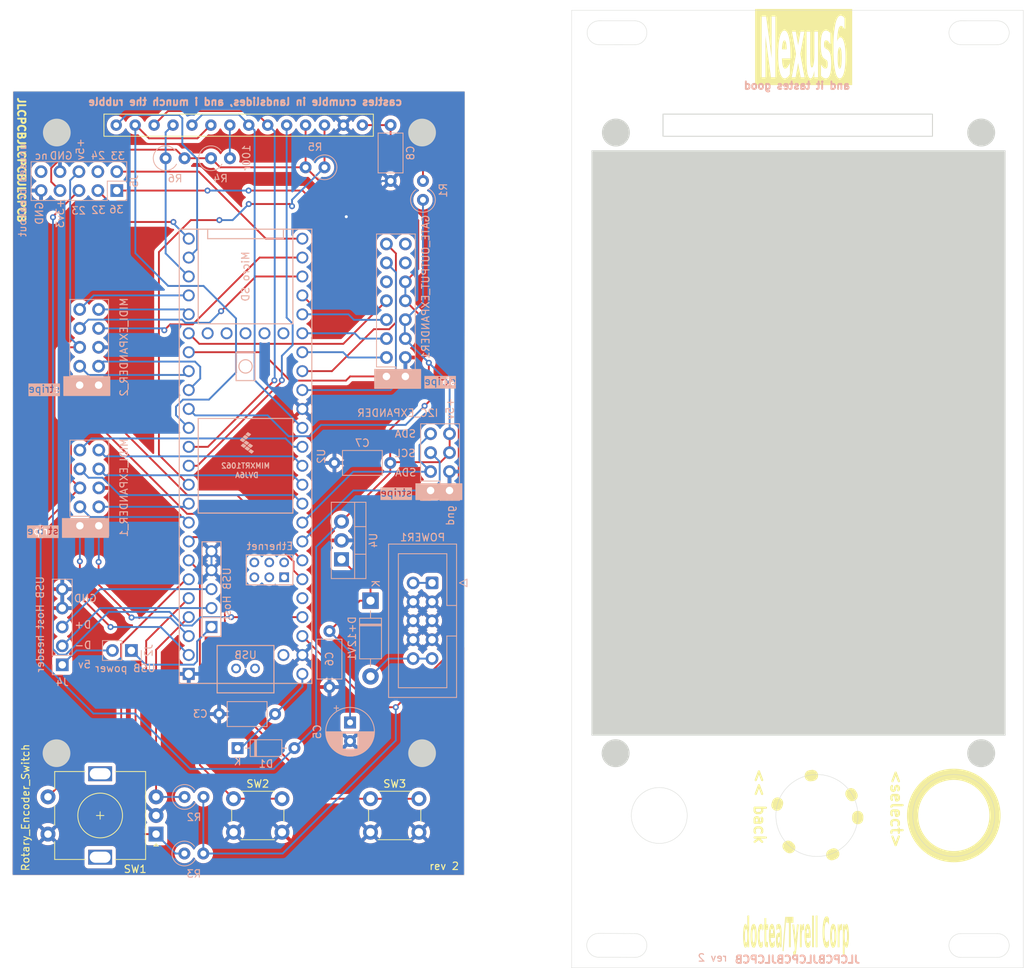
<source format=kicad_pcb>
(kicad_pcb (version 20221018) (generator pcbnew)
  (layers (0 "F.Cu" signal) (31 "B.Cu" signal) (34 "B.Paste" user) (35 "F.Paste" user) (36 "B.SilkS" user "B.Silkscreen") (37 "F.SilkS" user "F.Silkscreen") (38 "B.Mask" user) (39 "F.Mask" user) (44 "Edge.Cuts" user))
  (net 0 "")
  (net 1 "+5V")
  (net 2 "GND")
  (net 3 "+12V")
  (net 4 "+3V3")
  (net 5 "Gate SPI MOSI")
  (net 6 "Gate SPI MISO")
  (net 7 "External CS1")
  (net 8 "External CS2")
  (net 9 "Gate SPI SCK")
  (net 11 "INT_1")
  (net 13 "INT_2")
  (net 14 "i2c SCL")
  (net 15 "i2c SDA")
  (net 17 "Touch IRQ")
  (net 18 "MIDI_5_RX")
  (net 19 "MIDI_5_TX")
  (net 20 "MIDI_4_TX")
  (net 21 "MIDI_4_RX")
  (net 22 "MIDI_3_RX")
  (net 23 "MIDI_3_TX")
  (net 24 "MIDI_1_RX")
  (net 25 "MIDI_1_TX")
  (net 26 "MIDI_2_RX")
  (net 27 "MIDI_2_TX")
  (net 28 "TFT DC")
  (net 29 "TFT CS")
  (net 30 "TFT SPI MOSI")
  (net 31 "TFT SPI MISO")
  (net 32 "Touch CS")
  (net 33 "MIDI_8_TX")
  (net 34 "MIDI_8_RX")
  (net 35 "MIDI_7_TX")
  (net 36 "MIDI_6_TX")
  (net 37 "MIDI_7_RX")
  (net 38 "MIDI_6_RX")
  (net 39 "TFT SPI SCK")
  (net 40 "Net-(D+12V1-A)")
  (net 41 "Net-(U3-VCC)")
  (net 42 "Net-(J2-Pin_1)")
  (net 43 "Net-(J2-Pin_2)")
  (net 44 "Net-(POWER1-Pin_1)")
  (net 45 "Net-(U2-3_LRCLK2)")
  (net 46 "Net-(U2-2_OUT2)")
  (net 47 "Net-(U2-4_BCLK2)")
  (net 48 "Net-(U2-5_IN2)")
  (net 49 "Net-(U2-6_OUT1D)")
  (net 56 "Net-(J4-Pin_2)")
  (net 57 "Net-(J4-Pin_3)")
  (net 66 "Net-(D1-K)")
  (net 67 "unused_pin_33")
  (net 68 "unused_pin_24")
  (net 69 "unused_pin_23")
  (net 70 "Net-(U3-LED)")
  (net 71 "unused_pin_32")
  (net 72 "unused_pin_36")
  (net 73 "unused_pin_22")
  (footprint "Button_Switch_THT:SW_PUSH_6mm_H13mm" (layer "F.Cu") (at 91.687089 129.1188)
    (fp_text reference "SW3")
    (fp_text value "SW_Push_Select")
  )
  (footprint "Button_Switch_THT:SW_PUSH_6mm_H13mm" (layer "F.Cu") (at 73.321413 129.1188)
    (fp_text reference "SW2")
    (fp_text value "SW_Push_Back")
  )
  (footprint "doctea:RotaryEncoder_Alps_EC11E-Switch_Vertical_H20mm" (layer "F.Cu") (at 62.9268 133.8688 180)
    (fp_text reference "SW1")
    (fp_text value "Rotary_Encoder_Switch")
  )
  (footprint "doctea:doctea ili9341 3.2" (layer "F.Cu") (at 101.6118 36.7096 -90)
    (fp_text reference "U3" hide)
    (fp_text value "TFT_320x240")
    (fp_circle (center 3 3) (end 4.8 3) (stroke (width 0.12)) (fill solid) (layer "Edge.Cuts"))
    (fp_circle (center 3 52) (end 4.8 52) (stroke (width 0.12)) (fill solid) (layer "Edge.Cuts"))
    (fp_circle (center 86.3 3) (end 88.1 3) (stroke (width 0.12)) (fill solid) (layer "Edge.Cuts"))
    (fp_circle (center 86.3 52.04) (end 88.1 52.04) (stroke (width 0.12)) (fill solid) (layer "Edge.Cuts"))
  )
  (footprint "Resistor_THT:R_Axial_DIN0309_L9.0mm_D3.2mm_P2.54mm_Vertical" (layer "B.Cu") (at 85.5218 44.3738 180)
    (fp_text reference "R5")
    (fp_text value "R")
  )
  (footprint "teensy:Teensy41" (layer "B.Cu") (at 74.93 83.1596 90)
    (fp_text reference "U2")
    (fp_text value "Teensy4.1")
  )
  (footprint "Capacitor_THT:C_Axial_L5.1mm_D3.1mm_P7.50mm_Horizontal" (layer "B.Cu") (at 94.3864 46.2026 90)
    (fp_text reference "C8")
    (fp_text value "C_Small")
  )
  (footprint "Resistor_THT:R_Axial_DIN0309_L9.0mm_D3.2mm_P2.54mm_Vertical" (layer "B.Cu") (at 64.2112 43.1546)
    (fp_text reference "R6")
    (fp_text value "R")
  )
  (footprint "Capacitor_THT:C_Axial_L5.1mm_D3.1mm_P7.50mm_Horizontal" (layer "B.Cu") (at 94.35 84.05 180)
    (fp_text reference "C7")
    (fp_text value "100nF")
  )
  (footprint "Connector_PinHeader_2.54mm:PinHeader_2x05_P2.54mm_Vertical" (layer "B.Cu") (at 57.658 47.498 90)
    (fp_text reference "J5")
    (fp_text value "Conn_01x09_Pin")
  )
  (footprint "Resistor_THT:R_Axial_DIN0309_L9.0mm_D3.2mm_P2.54mm_Vertical" (layer "B.Cu") (at 66.7258 136.4742)
    (fp_text reference "R3")
    (fp_text value "R")
  )
  (footprint "Capacitor_THT:C_Axial_L5.1mm_D3.1mm_P7.50mm_Horizontal" (layer "B.Cu") (at 86.1822 106.6292 -90)
    (fp_text reference "C6")
    (fp_text value "330nF")
  )
  (footprint "Diode_THT:D_DO-41_SOD81_P10.16mm_Horizontal" (layer "B.Cu") (at 91.694 102.5398 -90)
    (fp_text reference "D+12V1")
    (fp_text value "1N5817")
  )
  (footprint "Diode_THT:D_DO-35_SOD27_P7.62mm_Horizontal" (layer "B.Cu") (at 73.8632 122.3264)
    (fp_text reference "D1")
    (fp_text value "1N4148")
  )
  (footprint "Package_TO_SOT_THT:TO-220-3_Vertical" (layer "B.Cu") (at 87.805 96.99 90)
    (fp_text reference "U4")
    (fp_text value "L7805")
  )
  (footprint "Connector_PinHeader_2.54mm:PinHeader_2x04_P2.54mm_Vertical" (layer "B.Cu") (at 99.75 87.75)
    (fp_text reference "I2C_EXPANDER")
    (fp_text value "8 pin header")
  )
  (footprint "Capacitor_THT:C_Axial_L5.1mm_D3.1mm_P7.50mm_Horizontal" (layer "B.Cu") (at 78.8924 117.7544 180)
    (fp_text reference "C3")
    (fp_text value "C_Small")
  )
  (footprint "Connector_PinHeader_2.54mm:PinHeader_2x08_P2.54mm_Vertical" (layer "B.Cu") (at 93.8276 72.4408)
    (fp_text reference "GATE_OUTPUT_EXPANDER1")
    (fp_text value "16 pin header")
  )
  (footprint "Connector_IDC:IDC-Header_2x05_P2.54mm_Vertical" (layer "B.Cu") (at 99.949 100.1522 180)
    (fp_text reference "POWER1")
    (fp_text value "Eurorack power header")
  )
  (footprint "Resistor_THT:R_Axial_DIN0309_L9.0mm_D3.2mm_P2.54mm_Vertical" (layer "B.Cu") (at 98.7298 48.7426 90)
    (fp_text reference "R1")
    (fp_text value "100R")
  )
  (footprint "Capacitor_THT:CP_Radial_D6.3mm_P2.50mm" (layer "B.Cu") (at 88.9508 118.883421 -90)
    (fp_text reference "C5")
    (fp_text value "C_Polarized_Small")
  )
  (footprint "Resistor_THT:R_Axial_DIN0309_L9.0mm_D3.2mm_P2.54mm_Vertical" (layer "B.Cu") (at 66.7448 128.8796)
    (fp_text reference "R2")
    (fp_text value "R")
  )
  (footprint "Connector_PinHeader_2.54mm:PinHeader_1x05_P2.54mm_Vertical" (layer "B.Cu") (at 50.3428 111.1504)
    (fp_text reference "J4")
    (fp_text value "USB Host header")
  )
  (footprint "Connector_PinHeader_2.54mm:PinHeader_2x05_P2.54mm_Vertical" (layer "B.Cu") (at 52.6796 73.6092)
    (fp_text reference "MIDI_EXPANDER_2")
    (fp_text value "Conn_02x05_Counter_Clockwise")
  )
  (footprint "Resistor_THT:R_Axial_DIN0309_L9.0mm_D3.2mm_P2.54mm_Vertical" (layer "B.Cu") (at 70.3008 43.1546)
    (fp_text reference "R4")
    (fp_text value "100r")
  )
  (footprint "Connector_PinHeader_2.54mm:PinHeader_2x05_P2.54mm_Vertical" (layer "B.Cu") (at 52.705 92.4814)
    (fp_text reference "MIDI_EXPANDER_1")
    (fp_text value "Conn_02x05_Counter_Clockwise")
  )
  (footprint "Connector_PinHeader_2.54mm:PinHeader_1x02_P2.54mm_Vertical" (layer "B.Cu") (at 59.6138 109.22 90)
    (fp_text reference "J2")
    (fp_text value "USB power")
  )
  (gr_rect (start 92.2436 71.501) (end 98.425 74.041) (stroke (width 0.12)) (fill solid) (layer "B.SilkS"))
  (gr_rect (start 50.546 72.4662) (end 56.7274 75.0062) (stroke (width 0.12)) (fill solid) (layer "B.SilkS"))
  (gr_rect (start 50.3593 91.51) (end 56.5407 94.05) (stroke (width 0.12)) (fill solid) (layer "B.SilkS"))
  (gr_rect (start 97.7727 86.8426) (end 103.9541 88.9762) (stroke (width 0.12)) (fill solid) (layer "B.SilkS"))
  (gr_circle (center 169.9368 131.3688) (end 175.4632 131.2418) (stroke (width 1.5)) (fill none) (layer "F.SilkS"))
  (gr_rect (start 55.9308 37.2364) (end 92.075 40.2082) (stroke (width 0.12)) (fill none) (layer "F.SilkS"))
  (gr_circle (center 151.527059 131.4958) (end 157.054918 131.4958) (stroke (width 1.5) (type dot)) (fill none) (layer "F.SilkS"))
  (gr_line (start 127.1664 147.217) (end 122.3008 147.1932) (stroke (width 0.05)) (layer "Edge.Cuts"))
  (gr_line (start 127.1664 24.717) (end 122.3516 24.7144) (stroke (width 0.05)) (layer "Edge.Cuts"))
  (gr_line (start 175.768 24.717) (end 170.8864 24.7142) (stroke (width 0.05)) (layer "Edge.Cuts"))
  (gr_arc (start 127.1664 24.717) (mid 128.7664 26.317) (end 127.1664 27.917) (stroke (width 0.05)) (layer "Edge.Cuts"))
  (gr_line (start 104.2648 139.3698) (end 104.3388 34.1884) (stroke (width 0.05)) (layer "Edge.Cuts"))
  (gr_arc (start 122.3008 150.3932) (mid 120.7008 148.7932) (end 122.3008 147.1932) (stroke (width 0.05)) (layer "Edge.Cuts"))
  (gr_line (start 170.8864 27.917) (end 175.768 27.917) (stroke (width 0.05)) (layer "Edge.Cuts"))
  (gr_circle (center 173.6118 123.0096) (end 175.4618 123.0096) (stroke (width 0.05)) (fill solid) (layer "Edge.Cuts"))
  (gr_circle (center 124.6118 39.7096) (end 126.4618 39.7096) (stroke (width 0.05)) (fill solid) (layer "Edge.Cuts"))
  (gr_line (start 118.6664 151.817) (end 179.2664 151.817) (stroke (width 0.05)) (layer "Edge.Cuts"))
  (gr_line (start 170.8864 150.417) (end 175.768 150.417) (stroke (width 0.05)) (layer "Edge.Cuts"))
  (gr_line (start 175.768 147.217) (end 170.8864 147.217) (stroke (width 0.05)) (layer "Edge.Cuts"))
  (gr_arc (start 175.768 147.217) (mid 177.368 148.817) (end 175.768 150.417) (stroke (width 0.05)) (layer "Edge.Cuts"))
  (gr_line (start 179.2664 151.817) (end 179.2664 23.317) (stroke (width 0.05)) (layer "Edge.Cuts"))
  (gr_rect (start 130.9308 37.2364) (end 167.075 40.2082) (stroke (width 0.12)) (fill none) (layer "Edge.Cuts"))
  (gr_arc (start 122.3516 27.9144) (mid 120.7516 26.3144) (end 122.3516 24.7144) (stroke (width 0.05)) (layer "Edge.Cuts"))
  (gr_circle (center 130.4272 131.3688) (end 134.1772 131.3688) (stroke (width 0.05)) (fill none) (layer "Edge.Cuts"))
  (gr_line (start 118.6664 23.317) (end 118.6664 151.817) (stroke (width 0.05)) (layer "Edge.Cuts"))
  (gr_circle (center 151.5716 131.3688) (end 157.0716 131.3688) (stroke (width 0.05)) (fill none) (layer "Edge.Cuts"))
  (gr_line (start 122.3008 150.3932) (end 127.1664 150.417) (stroke (width 0.05)) (layer "Edge.Cuts"))
  (gr_line (start 179.2664 23.317) (end 118.6664 23.317) (stroke (width 0.05)) (layer "Edge.Cuts"))
  (gr_circle (center 169.9368 131.3688) (end 175.4368 131.3688) (stroke (width 0.05)) (fill none) (layer "Edge.Cuts"))
  (gr_line (start 43.7388 34.1884) (end 43.6648 139.3698) (stroke (width 0.05)) (layer "Edge.Cuts"))
  (gr_arc (start 127.1664 147.217) (mid 128.7664 148.817) (end 127.1664 150.417) (stroke (width 0.05)) (layer "Edge.Cuts"))
  (gr_rect (start 121.355 42.1132) (end 176.855 120.6132) (stroke (width 0.05)) (fill solid) (layer "Edge.Cuts"))
  (gr_line (start 104.3388 34.1884) (end 43.7388 34.1884) (stroke (width 0.05)) (layer "Edge.Cuts"))
  (gr_circle (center 173.6118 39.7096) (end 175.4618 39.7096) (stroke (width 0.05)) (fill solid) (layer "Edge.Cuts"))
  (gr_arc (start 170.8864 27.917) (mid 169.2864 26.317) (end 170.8864 24.717) (stroke (width 0.05)) (layer "Edge.Cuts"))
  (gr_arc (start 170.8864 150.417) (mid 169.2864 148.817) (end 170.8864 147.217) (stroke (width 0.05)) (layer "Edge.Cuts"))
  (gr_arc (start 175.768 24.717) (mid 177.368 26.317) (end 175.768 27.917) (stroke (width 0.05)) (layer "Edge.Cuts"))
  (gr_line (start 122.3516 27.9144) (end 127.1664 27.917) (stroke (width 0.05)) (layer "Edge.Cuts"))
  (gr_circle (center 124.5718 123.0096) (end 126.4218 123.0096) (stroke (width 0.05)) (fill solid) (layer "Edge.Cuts"))
  (gr_line (start 43.6648 139.3698) (end 104.2648 139.3698) (stroke (width 0.05)) (layer "Edge.Cuts"))
  (gr_text "GND" (at 47.2694 50.546 90) (layer "B.SilkS") (effects (font (size 1 1)) (justify mirror)))
  (gr_text "JLCPCBJLCPCBJLCPCB" (at 157.48 151.2824) (layer "B.SilkS") (effects (font (size 1 1) (thickness 0.25) bold) (justify left bottom mirror)))
  (gr_text "+5v\n" (at 52.7558 41.9608 90) (layer "B.SilkS") (effects (font (size 1 1)) (justify mirror)))
  (gr_text "5v" (at 53.3146 111.0996) (layer "B.SilkS") (effects (font (size 1 1)) (justify mirror)))
  (gr_text "32" (at 55.1942 50.1142) (layer "B.SilkS") (effects (font (size 1 1)) (justify mirror)))
  (gr_text "36" (at 57.6072 50.038) (layer "B.SilkS") (effects (font (size 1 1)) (justify mirror)))
  (gr_text "nc" (at 47.5234 42.8244) (layer "B.SilkS") (effects (font (size 1 1)) (justify mirror)))
  (gr_text "stripe" (at 49.9529 93.7452) (layer "B.SilkS" knockout) (effects (font (size 1 1)) (justify left bottom mirror)))
  (gr_text "D+\n" (at 53.1114 105.7656) (layer "B.SilkS") (effects (font (size 1 1)) (justify mirror)))
  (gr_text "stripe" (at 103.251 73.6854) (layer "B.SilkS" knockout) (effects (font (size 1 1)) (justify left bottom mirror)))
  (gr_text "rev 2" (at 139.65 151.05) (layer "B.SilkS") (effects (font (size 1 1)) (justify left bottom mirror)))
  (gr_text "unused breakout\n" (at 45.0088 47.4218 90) (layer "B.SilkS") (effects (font (size 1 1)) (justify mirror)))
  (gr_text "SCL" (at 96.3422 82.7532) (layer "B.SilkS") (effects (font (size 1 1)) (justify mirror)))
  (gr_text "D-\n\n" (at 53.1368 109.3216) (layer "B.SilkS") (effects (font (size 1 1)) (justify mirror)))
  (gr_text "33" (at 57.785 42.8498) (layer "B.SilkS") (effects (font (size 1 1)) (justify mirror)))
  (gr_text "23" (at 52.5272 50.1904) (layer "B.SilkS") (effects (font (size 1 1)) (justify mirror)))
  (gr_text "+5v\n" (at 102.362 76.7842 90) (layer "B.SilkS") (effects (font (size 1 1)) (justify mirror)))
  (gr_text "gnd" (at 102.3874 91.1098 90) (layer "B.SilkS") (effects (font (size 1 1)) (justify mirror)))
  (gr_text "and it tastes good" (at 156.1592 33.9852) (layer "B.SilkS") (effects (font (size 1 1) (thickness 0.25) bold) (justify left bottom mirror)))
  (gr_text "stripe" (at 97.3582 88.646) (layer "B.SilkS" knockout) (effects (font (size 1 1)) (justify left bottom mirror)))
  (gr_text "24" (at 55.1434 42.799) (layer "B.SilkS") (effects (font (size 1 1)) (justify mirror)))
  (gr_text "SDA" (at 96.3676 80.137) (layer "B.SilkS") (effects (font (size 1 1)) (justify mirror)))
  (gr_text "castles crumble in landslides, and i munch the rubble" (at 96.0628 36.1696) (layer "B.SilkS") (effects (font (size 1 1) (thickness 0.25) bold) (justify left bottom mirror)))
  (gr_text "+3v3\n" (at 50.0634 50.5714 90) (layer "B.SilkS") (effects (font (size 1 1)) (justify mirror)))
  (gr_text "GND" (at 50.1904 42.8244) (layer "B.SilkS") (effects (font (size 1 1)) (justify mirror)))
  (gr_text "stripe" (at 50.1396 74.7014) (layer "B.SilkS" knockout) (effects (font (size 1 1)) (justify left bottom mirror)))
  (gr_text "GND" (at 53.4416 102.235) (layer "B.SilkS") (effects (font (size 1 1)) (justify mirror)))
  (gr_text "SDA" (at 96.4184 85.344) (layer "B.SilkS") (effects (font (size 1 1)) (justify mirror)))
  (gr_text "doctea/Tyrell Corp" (at 141.605 149.733) (layer "F.SilkS") (effects (font (size 4 1) (thickness 0.25) bold italic) (justify left bottom)))
  (gr_text "<select>\n" (at 161.3662 125.0696 270) (layer "F.SilkS") (effects (font (size 1.5 1.5) (thickness 0.3) bold) (justify left bottom)))
  (gr_text "Nexus6" (at 143.9164 33.655) (layer "F.SilkS" knockout) (effects (font (size 8 2) (thickness 0.3) bold italic) (justify left bottom)))
  (gr_text "rev 2" (at 99.5 138.75) (layer "F.SilkS") (effects (font (size 1 1)) (justify left bottom)))
  (gr_text "JLCPCBJLCPCBJLCPCB" (at 44.2722 34.8742 -90) (layer "F.SilkS") (effects (font (size 1 1) (thickness 0.25) bold) (justify left bottom)))
  (gr_text "<< back" (at 143.0274 124.9172 -90) (layer "F.SilkS") (effects (font (size 1.5 1.5) (thickness 0.3) bold) (justify left bottom)))
  (segment (start 50.0634 68.9864) (end 50.5206 68.5292) (width 0.25) (layer "F.Cu") (net 1))
  (segment (start 52.705 87.4014) (end 51.5046 86.201) (width 0.25) (layer "F.Cu") (net 1))
  (segment (start 102.3366 82.7024) (end 101.089 83.95) (width 0.25) (layer "F.Cu") (net 1))
  (segment (start 50.0634 77.6986) (end 50.0634 68.9864) (width 0.25) (layer "F.Cu") (net 1))
  (segment (start 99.5172 70.612) (end 99.5172 74.3712) (width 0.25) (layer "F.Cu") (net 1))
  (segment (start 94.35 84.05) (end 94.35 85.365) (width 0.25) (layer "F.Cu") (net 1))
  (segment (start 50.5206 68.5292) (end 52.6796 68.5292) (width 0.25) (layer "F.Cu") (net 1))
  (segment (start 99.5172 74.3712) (end 94.3356 79.5528) (width 0.25) (layer "F.Cu") (net 1))
  (segment (start 51.5046 86.201) (end 51.5046 79.1398) (width 0.25) (layer "F.Cu") (net 1))
  (segment (start 102.3112 80.1878) (end 102.3112 82.7278) (width 0.25) (layer "F.Cu") (net 1))
  (segment (start 94.35 85.365) (end 87.805 91.91) (width 0.25) (layer "F.Cu") (net 1))
  (segment (start 94.3356 79.5528) (end 94.3356 83.82) (width 0.25) (layer "F.Cu") (net 1))
  (segment (start 52.705 87.4014) (end 47.4472 92.6592) (width 0.25) (layer "F.Cu") (net 1))
  (segment (start 51.5046 79.1398) (end 50.0634 77.6986) (width 0.25) (layer "F.Cu") (net 1))
  (segment (start 47.4472 92.6592) (end 47.4472 93.2688) (width 0.25) (layer "F.Cu") (net 1))
  (segment (start 101.089 83.95) (end 94.7004 83.95) (width 0.25) (layer "F.Cu") (net 1))
  (via (at 47.4472 93.2688) (size 0.8) (drill 0.4) (layers "F.Cu" "B.Cu") (net 1))
  (via (at 99.5172 70.612) (size 0.8) (drill 0.4) (layers "F.Cu" "B.Cu") (net 1))
  (segment (start 52.578 44.958) (end 51.403 46.133) (width 0.25) (layer "B.Cu") (net 1))
  (segment (start 51.403 67.2526) (end 52.6796 68.5292) (width 0.25) (layer "B.Cu") (net 1))
  (segment (start 96.2914 67.3862) (end 96.2914 64.8462) (width 0.25) (layer "B.Cu") (net 1))
  (segment (start 84.4 95.315) (end 84.4 119.4096) (width 0.25) (layer "B.Cu") (net 1))
  (segment (start 102.3062 73.401) (end 96.2914 67.3862) (width 0.25) (layer "B.Cu") (net 1))
  (segment (start 54.5206 117.6782) (end 60.071 117.6782) (width 0.25) (layer "B.Cu") (net 1))
  (segment (start 84.4 119.4096) (end 81.4832 122.3264) (width 0.25) (layer "B.Cu") (net 1))
  (segment (start 67.5132 125.1204) (end 78.6892 125.1204) (width 0.25) (layer "B.Cu") (net 1))
  (segment (start 78.6892 125.1204) (end 81.4832 122.3264) (width 0.25) (layer "B.Cu") (net 1))
  (segment (start 98.7298 62.4586) (end 98.7298 48.7426) (width 0.25) (layer "B.Cu") (net 1))
  (segment (start 54.5206 117.6782) (end 47.4472 110.6048) (width 0.25) (layer "B.Cu") (net 1))
  (segment (start 60.071 117.6782) (end 67.5132 125.1204) (width 0.25) (layer "B.Cu") (net 1))
  (segment (start 47.4472 110.6048) (end 47.4472 93.2688) (width 0.25) (layer "B.Cu") (net 1))
  (segment (start 51.403 46.133) (end 51.403 67.2526) (width 0.25) (layer "B.Cu") (net 1))
  (segment (start 102.3062 80.1524) (end 102.3062 73.401) (width 0.25) (layer "B.Cu") (net 1))
  (segment (start 87.805 91.91) (end 84.4 95.315) (width 0.25) (layer "B.Cu") (net 1))
  (segment (start 96.3676 64.8208) (end 98.7298 62.4586) (width 0.25) (layer "B.Cu") (net 1))
  (via (at 88.4428 51.0032) (size 0.8) (drill 0.4) (layers "F.Cu" "B.Cu") (net 2))
  (segment (start 93.2434 46.2026) (end 88.4428 51.0032) (width 0.25) (layer "B.Cu") (net 2))
  (segment (start 70.3608 98.4504) (end 70.3608 95.9104) (width 0.25) (layer "B.Cu") (net 2))
  (segment (start 94.3864 46.2026) (end 93.2434 46.2026) (width 0.25) (layer "B.Cu") (net 2))
  (segment (start 90.2716 102.5398) (end 86.1822 106.6292) (width 0.25) (layer "F.Cu") (net 3))
  (segment (start 91.694 100.879) (end 87.805 96.99) (width 0.25) (layer "F.Cu") (net 3))
  (segment (start 91.694 102.5398) (end 90.2716 102.5398) (width 0.25) (layer "F.Cu") (net 3))
  (segment (start 91.694 102.5398) (end 91.694 100.879) (width 0.25) (layer "F.Cu") (net 3))
  (segment (start 88.9508 109.3978) (end 88.9508 118.883421) (width 0.25) (layer "B.Cu") (net 3))
  (segment (start 86.1822 106.6292) (end 88.9508 109.3978) (width 0.25) (layer "B.Cu") (net 3))
  (segment (start 71.52 44.3738) (end 82.9818 44.3738) (width 0.25) (layer "F.Cu") (net 4))
  (segment (start 98.1 51.5) (end 98.1 58.0084) (width 0.25) (layer "F.Cu") (net 4))
  (segment (start 70.3008 43.1546) (end 71.52 44.3738) (width 0.25) (layer "F.Cu") (net 4))
  (segment (start 98.95 76.4) (end 103.5304 71.8196) (width 0.25) (layer "F.Cu") (net 4))
  (segment (start 103.5304 108.392501) (end 95.082903 116.84) (width 0.25) (layer "F.Cu") (net 4))
  (segment (start 48.863 46.323) (end 48.863 44.471299) (width 0.25) (layer "F.Cu") (net 4))
  (segment (start 50.038 47.498) (end 48.863 46.323) (width 0.25) (layer "F.Cu") (net 4))
  (segment (start 95.45 48.85) (end 98.1 51.5) (width 0.25) (layer "F.Cu") (net 4))
  (segment (start 66.7512 43.1546) (end 70.3008 43.1546) (width 0.25) (layer "F.Cu") (net 4))
  (segment (start 103.5304 70.45) (end 103.5304 108.392501) (width 0.25) (layer "F.Cu") (net 4))
  (segment (start 103.5304 71.8196) (end 103.5304 70.45) (width 0.25) (layer "F.Cu") (net 4))
  (segment (start 96.3676 62.2808) (end 103.5304 69.4436) (width 0.25) (layer "F.Cu") (net 4))
  (segment (start 65.6082 42.0116) (end 66.7512 43.1546) (width 0.25) (layer "F.Cu") (net 4))
  (segment (start 92.1004 116.84) (end 95.082903 116.84) (width 0.25) (layer "F.Cu") (net 4))
  (segment (start 82.9818 44.3738) (end 82.9818 38.7096) (width 0.25) (layer "F.Cu") (net 4))
  (segment (start 82.9818 44.3738) (end 87.458 48.85) (width 0.25) (layer "F.Cu") (net 4))
  (segment (start 103.5304 69.4436) (end 103.5304 70.45) (width 0.25) (layer "F.Cu") (net 4))
  (segment (start 98.1 58.0084) (end 96.3676 59.7408) (width 0.25) (layer "F.Cu") (net 4))
  (segment (start 87.458 48.85) (end 95.45 48.85) (width 0.25) (layer "F.Cu") (net 4))
  (segment (start 82.55 107.2896) (end 92.1004 116.84) (width 0.25) (layer "F.Cu") (net 4))
  (segment (start 48.863 44.471299) (end 51.322699 42.0116) (width 0.25) (layer "F.Cu") (net 4))
  (segment (start 51.322699 42.0116) (end 65.6082 42.0116) (width 0.25) (layer "F.Cu") (net 4))
  (via (at 95.082903 116.84) (size 0.8) (drill 0.4) (layers "F.Cu" "B.Cu") (net 4))
  (via (at 98.95 76.4) (size 0.8) (drill 0.4) (layers "F.Cu" "B.Cu") (net 4))
  (segment (start 77.9018 77.6732) (end 68.1736 77.6732) (width 0.25) (layer "B.Cu") (net 4))
  (segment (start 69.2658 136.4742) (end 69.2658 128.8986) (width 0.25) (layer "B.Cu") (net 4))
  (segment (start 83.533199 80.4746) (end 85.052799 78.955) (width 0.25) (layer "B.Cu") (net 4))
  (segment (start 68.1736 77.6732) (end 67.31 76.8096) (width 0.25) (layer "B.Cu") (net 4))
  (segment (start 80.7032 80.4746) (end 77.9018 77.6732) (width 0.25) (layer "B.Cu") (net 4))
  (segment (start 79.9084 136.4742) (end 95.082903 121.299697) (width 0.25) (layer "B.Cu") (net 4))
  (segment (start 85.052799 78.955) (end 96.395 78.955) (width 0.25) (layer "B.Cu") (net 4))
  (segment (start 95.082903 121.299697) (end 95.082903 116.84) (width 0.25) (layer "B.Cu") (net 4))
  (segment (start 69.2658 136.4742) (end 79.9084 136.4742) (width 0.25) (layer "B.Cu") (net 4))
  (segment (start 83.533199 80.4746) (end 80.7032 80.4746) (width 0.25) (layer "B.Cu") (net 4))
  (segment (start 96.3676 59.7408) (end 96.3676 62.2808) (width 0.25) (layer "B.Cu") (net 4))
  (segment (start 96.395 78.955) (end 98.95 76.4) (width 0.25) (layer "B.Cu") (net 4))
  (segment (start 67.31 69.1896) (end 77.0896 69.1896) (width 0.25) (layer "F.Cu") (net 5))
  (segment (start 88.4 73) (end 88.9592 72.4408) (width 0.25) (layer "F.Cu") (net 5))
  (segment (start 77.0896 69.1896) (end 80.9 73) (width 0.25) (layer "F.Cu") (net 5))
  (segment (start 80.9 73) (end 88.4 73) (width 0.25) (layer "F.Cu") (net 5))
  (segment (start 88.9592 72.4408) (end 93.8276 72.4408) (width 0.25) (layer "F.Cu") (net 5))
  (segment (start 93.8276 69.9008) (end 88.7222 69.9008) (width 0.25) (layer "B.Cu") (net 6))
  (segment (start 88.011 69.1896) (end 88.7222 69.9008) (width 0.25) (layer "B.Cu") (net 6))
  (segment (start 82.55 69.1896) (end 88.011 69.1896) (width 0.25) (layer "B.Cu") (net 6))
  (segment (start 90.297 67.3608) (end 89.5858 66.6496) (width 0.25) (layer "B.Cu") (net 7))
  (segment (start 93.8276 67.3608) (end 90.297 67.3608) (width 0.25) (layer "B.Cu") (net 7))
  (segment (start 89.5858 66.6496) (end 82.55 66.6496) (width 0.25) (layer "B.Cu") (net 7))
  (segment (start 93.7514 64.8462) (end 89.472514 64.8462) (width 0.25) (layer "B.Cu") (net 8))
  (segment (start 88.735914 64.1096) (end 89.472514 64.8462) (width 0.25) (layer "B.Cu") (net 8))
  (segment (start 82.55 64.1096) (end 88.735914 64.1096) (width 0.25) (layer "B.Cu") (net 8))
  (segment (start 68.725 68.0646) (end 88.0438 68.0646) (width 0.25) (layer "F.Cu") (net 9))
  (segment (start 67.31 66.6496) (end 68.725 68.0646) (width 0.25) (layer "F.Cu") (net 9))
  (segment (start 88.0438 68.0646) (end 93.8276 62.2808) (width 0.25) (layer "F.Cu") (net 9))
  (segment (start 95.1 55.9332) (end 95.1 65.210101) (width 0.25) (layer "F.Cu") (net 11))
  (segment (start 93.8276 54.6608) (end 95.1 55.9332) (width 0.25) (layer "F.Cu") (net 11))
  (segment (start 86.5204 71.7296) (end 82.55 71.7296) (width 0.25) (layer "F.Cu") (net 11))
  (segment (start 92.15 66.1) (end 86.5204 71.7296) (width 0.25) (layer "F.Cu") (net 11))
  (segment (start 95.1 65.210101) (end 94.210101 66.1) (width 0.25) (layer "F.Cu") (net 11))
  (segment (start 94.210101 66.1) (end 92.15 66.1) (width 0.25) (layer "F.Cu") (net 11))
  (segment (start 95.1 58.4732) (end 95.1 73.55) (width 0.25) (layer "B.Cu") (net 13))
  (segment (start 93.8276 57.2008) (end 95.1 58.4732) (width 0.25) (layer "B.Cu") (net 13))
  (segment (start 94.3804 74.2696) (end 82.55 74.2696) (width 0.25) (layer "B.Cu") (net 13))
  (segment (start 95.1 73.55) (end 94.3804 74.2696) (width 0.25) (layer "B.Cu") (net 13))
  (segment (start 89.3896 87.75) (end 82.55 94.5896) (width 0.25) (layer "B.Cu") (net 14))
  (segment (start 100.9716 86.6074) (end 99.7966 87.7824) (width 0.25) (layer "B.Cu") (net 14))
  (segment (start 99.75 87.75) (end 89.3896 87.75) (width 0.25) (layer "B.Cu") (net 14))
  (segment (start 100.9716 83.8774) (end 100.9716 86.6074) (width 0.25) (layer "B.Cu") (net 14))
  (segment (start 99.7966 82.7024) (end 100.9716 83.8774) (width 0.25) (layer "B.Cu") (net 14))
  (segment (start 99.7662 85.2324) (end 89.3672 85.2324) (width 0.25) (layer "B.Cu") (net 15))
  (segment (start 98.25 81.6686) (end 98.25 83.7162) (width 0.25) (layer "B.Cu") (net 15))
  (segment (start 98.25 83.7162) (end 99.7662 85.2324) (width 0.25) (layer "B.Cu") (net 15))
  (segment (start 99.7662 80.1524) (end 98.25 81.6686) (width 0.25) (layer "B.Cu") (net 15))
  (segment (start 89.3672 85.2324) (end 82.55 92.0496) (width 0.25) (layer "B.Cu") (net 15))
  (segment (start 66.45 37.8) (end 66.45 41.262409) (width 0.25) (layer "B.Cu") (net 17))
  (segment (start 58.9414 37.35) (end 66 37.35) (width 0.25) (layer "B.Cu") (net 17))
  (segment (start 68.435 55.3646) (end 67.31 56.4896) (width 0.25) (layer "B.Cu") (net 17))
  (segment (start 57.5818 38.7096) (end 58.9414 37.35) (width 0.25) (layer "B.Cu") (net 17))
  (segment (start 68.435 43.247409) (end 68.435 55.3646) (width 0.25) (layer "B.Cu") (net 17))
  (segment (start 66 37.35) (end 66.45 37.8) (width 0.25) (layer "B.Cu") (net 17))
  (segment (start 66.45 41.262409) (end 68.435 43.247409) (width 0.25) (layer "B.Cu") (net 17))
  (segment (start 67.090609 90.8812) (end 74.972059 90.8812) (width 0.25) (layer "F.Cu") (net 18))
  (segment (start 52.6796 73.6092) (end 52.6796 76.470191) (width 0.25) (layer "F.Cu") (net 18))
  (segment (start 74.972059 90.8812) (end 81.3562 97.265341) (width 0.25) (layer "F.Cu") (net 18))
  (segment (start 52.6796 76.470191) (end 67.090609 90.8812) (width 0.25) (layer "F.Cu") (net 18))
  (segment (start 81.3562 97.265341) (end 81.3562 98.4758) (width 0.25) (layer "F.Cu") (net 18))
  (segment (start 81.3562 98.4758) (end 82.55 99.6696) (width 0.25) (layer "F.Cu") (net 18))
  (segment (start 67.134009 88.3846) (end 73.805 88.3846) (width 0.25) (layer "F.Cu") (net 19))
  (segment (start 55.2196 76.470191) (end 67.134009 88.3846) (width 0.25) (layer "F.Cu") (net 19))
  (segment (start 73.805 88.3846) (end 82.55 97.1296) (width 0.25) (layer "F.Cu") (net 19))
  (segment (start 55.2196 73.6092) (end 55.2196 76.470191) (width 0.25) (layer "F.Cu") (net 19))
  (segment (start 55.731701 86.0364) (end 58.061901 88.3666) (width 0.25) (layer "B.Cu") (net 20))
  (segment (start 52.705 84.8614) (end 53.88 86.0364) (width 0.25) (layer "B.Cu") (net 20))
  (segment (start 53.88 86.0364) (end 55.731701 86.0364) (width 0.25) (layer "B.Cu") (net 20))
  (segment (start 58.061901 88.3666) (end 81.407 88.3666) (width 0.25) (layer "B.Cu") (net 20))
  (segment (start 81.407 88.3666) (end 82.55 89.5096) (width 0.25) (layer "B.Cu") (net 20))
  (segment (start 56.095 85.7114) (end 81.2918 85.7114) (width 0.25) (layer "B.Cu") (net 21))
  (segment (start 55.245 84.8614) (end 56.095 85.7114) (width 0.25) (layer "B.Cu") (net 21))
  (segment (start 81.2918 85.7114) (end 82.55 86.9696) (width 0.25) (layer "B.Cu") (net 21))
  (segment (start 55.245 82.3214) (end 56.095 83.1714) (width 0.25) (layer "B.Cu") (net 22))
  (segment (start 56.095 83.1714) (end 81.2918 83.1714) (width 0.25) (layer "B.Cu") (net 22))
  (segment (start 81.2918 83.1714) (end 82.55 84.4296) (width 0.25) (layer "B.Cu") (net 22))
  (segment (start 54.2618 80.7646) (end 80.29363 80.7646) (width 0.25) (layer "B.Cu") (net 23))
  (segment (start 52.705 82.3214) (end 54.2618 80.7646) (width 0.25) (layer "B.Cu") (net 23))
  (segment (start 81.41863 81.8896) (end 82.55 81.8896) (width 0.25) (layer "B.Cu") (net 23))
  (segment (start 80.29363 80.7646) (end 81.41863 81.8896) (width 0.25) (layer "B.Cu") (net 23))
  (segment (start 52.705 101.9556) (end 52.705 97.2566) (width 0.25) (layer "F.Cu") (net 24))
  (segment (start 56.8198 106.0704) (end 52.705 101.9556) (width 0.25) (layer "F.Cu") (net 24))
  (via (at 56.8198 106.0704) (size 0.8) (drill 0.4) (layers "F.Cu" "B.Cu") (net 24))
  (via (at 52.705 97.2566) (size 0.8) (drill 0.4) (layers "F.Cu" "B.Cu") (net 24))
  (segment (start 56.8198 106.0704) (end 63.5508 106.0704) (width 0.25) (layer "B.Cu") (net 24))
  (segment (start 63.5508 106.0704) (end 67.31 109.8296) (width 0.25) (layer "B.Cu") (net 24))
  (segment (start 52.705 92.4814) (end 52.705 97.2566) (width 0.25) (layer "B.Cu") (net 24))
  (segment (start 55.2196 100.3808) (end 59.6392 104.8004) (width 0.25) (layer "F.Cu") (net 25))
  (segment (start 55.2196 97.3328) (end 55.2196 100.3808) (width 0.25) (layer "F.Cu") (net 25))
  (via (at 59.6392 104.8004) (size 0.8) (drill 0.4) (layers "F.Cu" "B.Cu") (net 25))
  (via (at 55.2196 97.3328) (size 0.8) (drill 0.4) (layers "F.Cu" "B.Cu") (net 25))
  (segment (start 64.8208 104.8004) (end 67.31 107.2896) (width 0.25) (layer "B.Cu") (net 25))
  (segment (start 55.245 97.3074) (end 55.2196 97.3328) (width 0.25) (layer "B.Cu") (net 25))
  (segment (start 55.245 92.4814) (end 55.245 97.3074) (width 0.25) (layer "B.Cu") (net 25))
  (segment (start 59.6392 104.8004) (end 64.8208 104.8004) (width 0.25) (layer "B.Cu") (net 25))
  (segment (start 66.5668 91.3064) (end 67.31 92.0496) (width 0.25) (layer "B.Cu") (net 26))
  (segment (start 54.07 91.3064) (end 66.5668 91.3064) (width 0.25) (layer "B.Cu") (net 26))
  (segment (start 52.705 89.9414) (end 54.07 91.3064) (width 0.25) (layer "B.Cu") (net 26))
  (segment (start 55.245 89.9414) (end 66.8782 89.9414) (width 0.25) (layer "B.Cu") (net 27))
  (segment (start 67.31 84.4296) (end 68.4704 84.4296) (width 0.25) (layer "F.Cu") (net 28))
  (segment (start 68.4704 84.4296) (end 79.8 73.1) (width 0.25) (layer "F.Cu") (net 28))
  (segment (start 79.8 73.1) (end 79.8 72.95) (width 0.25) (layer "F.Cu") (net 28))
  (via (at 79.8 72.95) (size 0.8) (drill 0.4) (layers "F.Cu" "B.Cu") (net 28))
  (segment (start 79.8 69.682495) (end 79.8 72.95) (width 0.25) (layer "B.Cu") (net 28))
  (segment (start 80.4418 38.7096) (end 80.4418 64.5418) (width 0.25) (layer "B.Cu") (net 28))
  (segment (start 81.25 65.35) (end 81.25 68.232495) (width 0.25) (layer "B.Cu") (net 28))
  (segment (start 81.25 68.232495) (end 79.8 69.682495) (width 0.25) (layer "B.Cu") (net 28))
  (segment (start 80.4418 64.5418) (end 81.25 65.35) (width 0.25) (layer "B.Cu") (net 28))
  (segment (start 85.5218 38.7096) (end 85.5218 44.3738) (width 0.25) (layer "F.Cu") (net 29))
  (segment (start 80.873181 49.3014) (end 81.1663 49.594519) (width 0.25) (layer "F.Cu") (net 29))
  (segment (start 67.31 86.9696) (end 63.3089 82.9685) (width 0.25) (layer "F.Cu") (net 29))
  (segment (start 67.5894 51.4604) (end 71.4248 51.4604) (width 0.25) (layer "F.Cu") (net 29))
  (segment (start 75.3618 49.3014) (end 80.873181 49.3014) (width 0.25) (layer "F.Cu") (net 29))
  (segment (start 63.3089 55.7409) (end 67.5894 51.4604) (width 0.25) (layer "F.Cu") (net 29))
  (segment (start 63.3089 82.9685) (end 63.3089 55.7409) (width 0.25) (layer "F.Cu") (net 29))
  (via (at 71.4248 51.4604) (size 0.8) (drill 0.4) (layers "F.Cu" "B.Cu") (net 29))
  (via (at 81.1663 49.594519) (size 0.8) (drill 0.4) (layers "F.Cu" "B.Cu") (net 29))
  (via (at 75.3618 49.3014) (size 0.8) (drill 0.4) (layers "F.Cu" "B.Cu") (net 29))
  (segment (start 85.5218 44.3738) (end 81.1663 48.7293) (width 0.25) (layer "B.Cu") (net 29))
  (segment (start 73.2028 51.4604) (end 71.4248 51.4604) (width 0.25) (layer "B.Cu") (net 29))
  (segment (start 75.3618 49.3014) (end 73.2028 51.4604) (width 0.25) (layer "B.Cu") (net 29))
  (segment (start 81.1663 48.7293) (end 81.1663 49.594519) (width 0.25) (layer "B.Cu") (net 29))
  (segment (start 64.5122 36.8338) (end 62.6872 38.6588) (width 0.25) (layer "F.Cu") (net 30))
  (segment (start 69.882242 81.8896) (end 78.800721 72.971121) (width 0.25) (layer "F.Cu") (net 30))
  (segment (start 77.9272 38.6588) (end 76.1022 36.8338) (width 0.25) (layer "F.Cu") (net 30))
  (segment (start 67.31 81.8896) (end 69.882242 81.8896) (width 0.25) (layer "F.Cu") (net 30))
  (segment (start 76.1022 36.8338) (end 64.5122 36.8338) (width 0.25) (layer "F.Cu") (net 30))
  (via (at 78.800721 72.971121) (size 0.8) (drill 0.4) (layers "F.Cu" "B.Cu") (net 30))
  (segment (start 78.8416 39.5732) (end 78.8416 72.930242) (width 0.25) (layer "B.Cu") (net 30))
  (segment (start 77.9272 38.6588) (end 78.8416 39.5732) (width 0.25) (layer "B.Cu") (net 30))
  (segment (start 78.8416 72.930242) (end 78.800721 72.971121) (width 0.25) (layer "B.Cu") (net 30))
  (segment (start 68.4822 40.4838) (end 70.3072 38.6588) (width 0.25) (layer "F.Cu") (net 31))
  (segment (start 61.9722 40.4838) (end 68.4822 40.4838) (width 0.25) (layer "F.Cu") (net 31))
  (segment (start 60.1472 38.6588) (end 61.9722 40.4838) (width 0.25) (layer "F.Cu") (net 31))
  (segment (start 65.6 76.5) (end 65.6 77.6396) (width 0.25) (layer "B.Cu") (net 31))
  (segment (start 60.1472 38.6588) (end 60.1472 55.8972) (width 0.25) (layer "B.Cu") (net 31))
  (segment (start 65.6 77.6396) (end 67.31 79.3496) (width 0.25) (layer "B.Cu") (net 31))
  (segment (start 70.0174 75.55) (end 66.55 75.55) (width 0.25) (layer "B.Cu") (net 31))
  (segment (start 64.55 60.3) (end 69.300198 60.3) (width 0.25) (layer "B.Cu") (net 31))
  (segment (start 69.300198 60.3) (end 73.65 64.649802) (width 0.25) (layer "B.Cu") (net 31))
  (segment (start 73.65 71.9174) (end 70.0174 75.55) (width 0.25) (layer "B.Cu") (net 31))
  (segment (start 66.55 75.55) (end 65.6 76.5) (width 0.25) (layer "B.Cu") (net 31))
  (segment (start 60.1472 55.8972) (end 64.55 60.3) (width 0.25) (layer "B.Cu") (net 31))
  (segment (start 73.65 64.649802) (end 73.65 71.9174) (width 0.25) (layer "B.Cu") (net 31))
  (segment (start 64.2112 39.6748) (end 64.2112 43.1546) (width 0.25) (layer "B.Cu") (net 32))
  (segment (start 64.2112 55.9308) (end 67.31 59.0296) (width 0.25) (layer "B.Cu") (net 32))
  (segment (start 64.2112 43.1546) (end 64.2112 55.9308) (width 0.25) (layer "B.Cu") (net 32))
  (segment (start 65.2272 38.6588) (end 64.2112 39.6748) (width 0.25) (layer "B.Cu") (net 32))
  (segment (start 71.6534 63.6778) (end 76.3016 59.0296) (width 0.25) (layer "F.Cu") (net 33))
  (segment (start 76.3016 59.0296) (end 82.55 59.0296) (width 0.25) (layer "F.Cu") (net 33))
  (via (at 71.6534 63.6778) (size 0.8) (drill 0.4) (layers "F.Cu" "B.Cu") (net 33))
  (segment (start 52.6796 65.9892) (end 53.8546 64.8142) (width 0.25) (layer "B.Cu") (net 33))
  (segment (start 70.0966 65.2346) (end 71.6534 63.6778) (width 0.25) (layer "B.Cu") (net 33))
  (segment (start 66.423609 64.8142) (end 66.844009 65.2346) (width 0.25) (layer "B.Cu") (net 33))
  (segment (start 66.844009 65.2346) (end 70.0966 65.2346) (width 0.25) (layer "B.Cu") (net 33))
  (segment (start 53.8546 64.8142) (end 66.423609 64.8142) (width 0.25) (layer "B.Cu") (net 33))
  (segment (start 82.55 56.4896) (end 76.810991 56.4896) (width 0.25) (layer "F.Cu") (net 34))
  (segment (start 64.8208 65.4558) (end 64.0334 66.2432) (width 0.25) (layer "F.Cu") (net 34))
  (segment (start 67.844791 65.4558) (end 64.8208 65.4558) (width 0.25) (layer "F.Cu") (net 34))
  (segment (start 76.810991 56.4896) (end 67.844791 65.4558) (width 0.25) (layer "F.Cu") (net 34))
  (via (at 64.0334 66.2432) (size 0.8) (drill 0.4) (layers "F.Cu" "B.Cu") (net 34))
  (segment (start 63.7794 65.9892) (end 55.2196 65.9892) (width 0.25) (layer "B.Cu") (net 34))
  (segment (start 64.0334 66.2432) (end 63.7794 65.9892) (width 0.25) (layer "B.Cu") (net 34))
  (segment (start 54.5592 61.5696) (end 67.31 61.5696) (width 0.25) (layer "B.Cu") (net 35))
  (segment (start 52.6796 63.4492) (end 54.5592 61.5696) (width 0.25) (layer "B.Cu") (net 35))
  (segment (start 68.85 72.7296) (end 68.85 71.15) (width 0.25) (layer "B.Cu") (net 36))
  (segment (start 68.85 71.15) (end 68.15 70.45) (width 0.25) (layer "B.Cu") (net 36))
  (segment (start 68.15 70.45) (end 55.8388 70.45) (width 0.25) (layer "B.Cu") (net 36))
  (segment (start 67.31 74.2696) (end 68.85 72.7296) (width 0.25) (layer "B.Cu") (net 36))
  (segment (start 55.8388 70.45) (end 55.2196 71.0692) (width 0.25) (layer "B.Cu") (net 36))
  (segment (start 55.2196 63.4492) (end 66.6496 63.4492) (width 0.25) (layer "B.Cu") (net 37))
  (segment (start 66.6496 63.4492) (end 67.31 64.1096) (width 0.25) (layer "B.Cu") (net 37))
  (segment (start 66.7954 72.2442) (end 53.8546 72.2442) (width 0.25) (layer "B.Cu") (net 38))
  (segment (start 53.8546 72.2442) (end 52.6796 71.0692) (width 0.25) (layer "B.Cu") (net 38))
  (segment (start 67.31 71.7296) (end 66.7954 72.2442) (width 0.25) (layer "B.Cu") (net 38))
  (segment (start 76.15 72.9496) (end 76.15 39.4216) (width 0.25) (layer "B.Cu") (net 39))
  (segment (start 69.126 37.3) (end 67.7672 38.6588) (width 0.25) (layer "B.Cu") (net 39))
  (segment (start 74.0284 37.3) (end 69.126 37.3) (width 0.25) (layer "B.Cu") (net 39))
  (segment (start 76.15 39.4216) (end 74.0284 37.3) (width 0.25) (layer "B.Cu") (net 39))
  (segment (start 82.55 79.3496) (end 76.15 72.9496) (width 0.25) (layer "B.Cu") (net 39))
  (segment (start 99.949 110.3122) (end 97.409 110.3122) (width 0.25) (layer "B.Cu") (net 40))
  (segment (start 94.0816 110.3122) (end 91.694 112.6998) (width 0.25) (layer "B.Cu") (net 40))
  (segment (start 97.409 110.3122) (end 94.0816 110.3122) (width 0.25) (layer "B.Cu") (net 40))
  (segment (start 98.7298 46.2026) (end 98.7298 44.4798) (width 0.25) (layer "F.Cu") (net 41))
  (segment (start 98.7298 44.4798) (end 94.3864 40.1364) (width 0.25) (layer "F.Cu") (net 41))
  (segment (start 90.6018 38.7096) (end 94.3794 38.7096) (width 0.25) (layer "F.Cu") (net 41))
  (segment (start 94.3864 40.1364) (end 94.3864 38.7026) (width 0.25) (layer "F.Cu") (net 41))
  (segment (start 68.435 110.6604) (end 68.435 107.9962) (width 0.25) (layer "B.Cu") (net 42))
  (segment (start 59.6138 109.22) (end 61.5188 111.125) (width 0.25) (layer "B.Cu") (net 42))
  (segment (start 68.435 107.9962) (end 70.3608 106.0704) (width 0.25) (layer "B.Cu") (net 42))
  (segment (start 61.5188 111.125) (end 67.9704 111.125) (width 0.25) (layer "B.Cu") (net 42))
  (segment (start 67.9704 111.125) (end 68.435 110.6604) (width 0.25) (layer "B.Cu") (net 42))
  (segment (start 52.2732 109.22) (end 57.0738 109.22) (width 0.25) (layer "B.Cu") (net 43))
  (segment (start 50.3428 111.1504) (end 52.2732 109.22) (width 0.25) (layer "B.Cu") (net 43))
  (segment (start 99.949 100.1522) (end 97.409 100.1522) (width 0.25) (layer "B.Cu") (net 44))
  (segment (start 61.6018 107.9178) (end 61.6018 111.9818) (width 0.25) (layer "F.Cu") (net 45))
  (segment (start 67.31 102.2096) (end 61.6018 107.9178) (width 0.25) (layer "F.Cu") (net 45))
  (segment (start 60.1726 113.411) (end 60.1726 132.9944) (width 0.25) (layer "F.Cu") (net 45))
  (segment (start 61.047 133.8688) (end 62.9268 133.8688) (width 0.25) (layer "F.Cu") (net 45))
  (segment (start 60.1726 132.9944) (end 61.047 133.8688) (width 0.25) (layer "F.Cu") (net 45))
  (segment (start 61.6018 111.9818) (end 60.1726 113.411) (width 0.25) (layer "F.Cu") (net 45))
  (segment (start 65.5322 136.4742) (end 62.9268 133.8688) (width 0.25) (layer "B.Cu") (net 45))
  (segment (start 66.7258 136.4742) (end 65.5322 136.4742) (width 0.25) (layer "B.Cu") (net 45))
  (segment (start 62.9268 128.8688) (end 62.9268 109.1328) (width 0.25) (layer "F.Cu") (net 46))
  (segment (start 62.9268 109.1328) (end 67.31 104.7496) (width 0.25) (layer "F.Cu") (net 46))
  (segment (start 66.7448 128.8796) (end 62.9376 128.8796) (width 0.25) (layer "B.Cu") (net 46))
  (segment (start 58.2488 108.3752) (end 66.9544 99.6696) (width 0.25) (layer "F.Cu") (net 47))
  (segment (start 48.4268 128.8688) (end 58.2488 119.0468) (width 0.25) (layer "F.Cu") (net 47))
  (segment (start 58.2488 119.0468) (end 58.2488 108.3752) (width 0.25) (layer "F.Cu") (net 47))
  (segment (start 67.31 97.1296) (end 68.8086 98.6282) (width 0.25) (layer "F.Cu") (net 48))
  (segment (start 73.321413 129.1188) (end 68.8086 124.605987) (width 0.25) (layer "F.Cu") (net 48))
  (segment (start 79.821413 129.115201) (end 73.321413 129.115201) (width 0.25) (layer "F.Cu") (net 48))
  (segment (start 68.8086 124.605987) (end 68.8086 98.6282) (width 0.25) (layer "F.Cu") (net 48))
  (segment (start 67.8942 94.0054) (end 67.31 94.5896) (width 0.25) (layer "F.Cu") (net 49))
  (segment (start 72.1614 115.415392) (end 72.1614 94.5134) (width 0.25) (layer "F.Cu") (net 49))
  (segment (start 91.687089 129.1188) (end 85.864809 129.1188) (width 0.25) (layer "F.Cu") (net 49))
  (segment (start 98.187089 129.124401) (end 91.687089 129.124401) (width 0.25) (layer "F.Cu") (net 49))
  (segment (start 71.6534 94.0054) (end 67.8942 94.0054) (width 0.25) (layer "F.Cu") (net 49))
  (segment (start 72.1614 94.5134) (end 71.6534 94.0054) (width 0.25) (layer "F.Cu") (net 49))
  (segment (start 72.1614 115.415392) (end 85.864809 129.1188) (width 0.25) (layer "F.Cu") (net 49))
  (segment (start 55.4228 103.5304) (end 70.3608 103.5304) (width 0.25) (layer "B.Cu") (net 56))
  (segment (start 50.3428 108.6104) (end 55.4228 103.5304) (width 0.25) (layer "B.Cu") (net 56))
  (segment (start 50.3428 106.0704) (end 55.4228 100.9904) (width 0.25) (layer "B.Cu") (net 57))
  (segment (start 55.4228 100.9904) (end 70.3608 100.9904) (width 0.25) (layer "B.Cu") (net 57))
  (segment (start 82.55 114.0968) (end 78.8924 117.7544) (width 0.25) (layer "B.Cu") (net 66))
  (segment (start 78.8924 117.7544) (end 74.3204 122.3264) (width 0.25) (layer "B.Cu") (net 66))
  (segment (start 82.55 112.3696) (end 82.55 114.0968) (width 0.25) (layer "B.Cu") (net 66))
  (segment (start 68.6562 44.958) (end 77.6478 53.9496) (width 0.25) (layer "F.Cu") (net 67))
  (segment (start 77.6478 53.9496) (end 82.55 53.9496) (width 0.25) (layer "F.Cu") (net 67))
  (segment (start 57.658 44.958) (end 68.6562 44.958) (width 0.25) (layer "F.Cu") (net 67))
  (segment (start 49.0982 50.9778) (end 52.578 47.498) (width 0.25) (layer "F.Cu") (net 69))
  (segment (start 72.9996 104.7496) (end 82.55 104.7496) (width 0.25) (layer "F.Cu") (net 69))
  (segment (start 49.0982 51.0794) (end 49.0982 50.9778) (width 0.25) (layer "F.Cu") (net 69))
  (via (at 49.0982 51.0794) (size 0.8) (drill 0.4) (layers "F.Cu" "B.Cu") (net 69))
  (via (at 72.9996 104.7496) (size 0.8) (drill 0.4) (layers "F.Cu" "B.Cu") (net 69))
  (segment (start 64.7446 104.0384) (end 56.576501 104.0384) (width 0.25) (layer "B.Cu") (net 69))
  (segment (start 67.775991 105.8746) (end 66.5808 105.8746) (width 0.25) (layer "B.Cu") (net 69))
  (segment (start 56.576501 104.0384) (end 50.829501 109.7854) (width 0.25) (layer "B.Cu") (net 69))
  (segment (start 49.0982 109.027501) (end 49.0982 51.0794) (width 0.25) (layer "B.Cu") (net 69))
  (segment (start 49.856099 109.7854) (end 49.0982 109.027501) (width 0.25) (layer "B.Cu") (net 69))
  (segment (start 68.900991 104.7496) (end 72.9996 104.7496) (width 0.25) (layer "B.Cu") (net 69))
  (segment (start 66.5808 105.8746) (end 64.7446 104.0384) (width 0.25) (layer "B.Cu") (net 69))
  (segment (start 68.900991 104.7496) (end 67.775991 105.8746) (width 0.25) (layer "B.Cu") (net 69))
  (segment (start 50.829501 109.7854) (end 49.856099 109.7854) (width 0.25) (layer "B.Cu") (net 69))
  (segment (start 72.8218 38.7096) (end 72.8218 43.1356) (width 0.25) (layer "B.Cu") (net 70))
  (segment (start 59.3344 51.7144) (end 65.2526 51.7144) (width 0.25) (layer "F.Cu") (net 71))
  (segment (start 55.118 47.498) (end 59.3344 51.7144) (width 0.25) (layer "F.Cu") (net 71))
  (via (at 65.2526 51.7144) (size 0.8) (drill 0.4) (layers "F.Cu" "B.Cu") (net 71))
  (segment (start 65.2526 51.7144) (end 65.2526 51.8922) (width 0.25) (layer "B.Cu") (net 71))
  (segment (start 65.2526 51.8922) (end 67.31 53.9496) (width 0.25) (layer "B.Cu") (net 71))
  (segment (start 57.658 47.498) (end 69.8246 47.498) (width 0.25) (layer "F.Cu") (net 72))
  (segment (start 75.3364 47.498) (end 82.577486 47.498) (width 0.25) (layer "F.Cu") (net 72))
  (segment (start 83.576501 62.596101) (end 82.55 61.5696) (width 0.25) (layer "F.Cu") (net 72))
  (segment (start 86.3363 61.290586) (end 85.030785 62.596101) (width 0.25) (layer "F.Cu") (net 72))
  (segment (start 82.577486 47.498) (end 86.3363 51.256814) (width 0.25) (layer "F.Cu") (net 72))
  (segment (start 85.030785 62.596101) (end 83.576501 62.596101) (width 0.25) (layer "F.Cu") (net 72))
  (segment (start 86.3363 51.256814) (end 86.3363 61.290586) (width 0.25) (layer "F.Cu") (net 72))
  (via (at 75.3364 47.498) (size 0.8) (drill 0.4) (layers "F.Cu" "B.Cu") (net 72))
  (via (at 69.8246 47.498) (size 0.8) (drill 0.4) (layers "F.Cu" "B.Cu") (net 72))
  (segment (start 69.8246 47.498) (end 75.3364 47.498) (width 0.25) (layer "B.Cu") (net 72))
  (zone (net 2) (net_name "GND") (layer "F.Cu") (connect_pads (clearance 0.508)) (min_thickness 0.25) (fill yes (thermal_gap 0.5) (thermal_bridge_width 0.5))
    (polygon (pts (xy 43.7642 34.163) (xy 104.3686 34.163) (xy 104.2924 139.3444) (xy 43.688 139.3444)))
  )
  (zone (net 2) (net_name "GND") (layer "B.Cu") (connect_pads (clearance 0.508)) (min_thickness 0.25) (fill yes (thermal_gap 0.5) (thermal_bridge_width 0.5))
    (polygon (pts (xy 43.7642 34.163) (xy 104.3686 34.163) (xy 104.2924 139.3444) (xy 43.688 139.3444)))
  )
)
</source>
